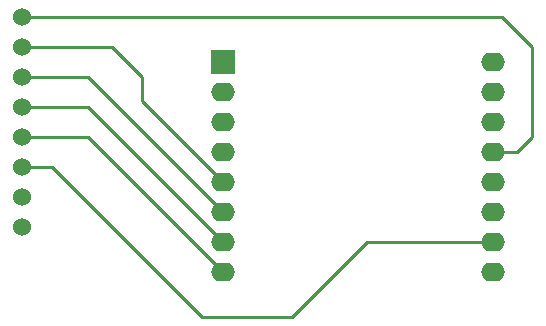
<source format=gbr>
%TF.GenerationSoftware,KiCad,Pcbnew,6.0.2+dfsg-1*%
%TF.CreationDate,2024-08-29T16:54:10+09:00*%
%TF.ProjectId,first,66697273-742e-46b6-9963-61645f706362,rev?*%
%TF.SameCoordinates,Original*%
%TF.FileFunction,Copper,L1,Top*%
%TF.FilePolarity,Positive*%
%FSLAX46Y46*%
G04 Gerber Fmt 4.6, Leading zero omitted, Abs format (unit mm)*
G04 Created by KiCad (PCBNEW 6.0.2+dfsg-1) date 2024-08-29 16:54:10*
%MOMM*%
%LPD*%
G01*
G04 APERTURE LIST*
%TA.AperFunction,ComponentPad*%
%ADD10R,2.000000X2.000000*%
%TD*%
%TA.AperFunction,ComponentPad*%
%ADD11O,2.000000X1.600000*%
%TD*%
%TA.AperFunction,ComponentPad*%
%ADD12C,1.524000*%
%TD*%
%TA.AperFunction,Conductor*%
%ADD13C,0.250000*%
%TD*%
G04 APERTURE END LIST*
D10*
%TO.P,U2,1,~{RST}*%
%TO.N,unconnected-(U2-Pad1)*%
X149075000Y-46990000D03*
D11*
%TO.P,U2,2,A0*%
%TO.N,unconnected-(U2-Pad2)*%
X149075000Y-49530000D03*
%TO.P,U2,3,D0*%
%TO.N,unconnected-(U2-Pad3)*%
X149075000Y-52070000D03*
%TO.P,U2,4,SCK/D5*%
%TO.N,unconnected-(U2-Pad4)*%
X149075000Y-54610000D03*
%TO.P,U2,5,MISO/D6*%
%TO.N,Net-(U1-PadMISO)*%
X149075000Y-57150000D03*
%TO.P,U2,6,MOSI/D7*%
%TO.N,Net-(U1-PadMOSI)*%
X149075000Y-59690000D03*
%TO.P,U2,7,CS/D8*%
%TO.N,Net-(U1-PadSS)*%
X149075000Y-62230000D03*
%TO.P,U2,8,3V3*%
%TO.N,+3V3*%
X149075000Y-64770000D03*
%TO.P,U2,9,5V*%
%TO.N,+5V*%
X171935000Y-64770000D03*
%TO.P,U2,10,GND*%
%TO.N,GND*%
X171935000Y-62230000D03*
%TO.P,U2,11,D4*%
%TO.N,unconnected-(U2-Pad11)*%
X171935000Y-59690000D03*
%TO.P,U2,12,D3*%
%TO.N,unconnected-(U2-Pad12)*%
X171935000Y-57150000D03*
%TO.P,U2,13,SDA/D2*%
%TO.N,Net-(U1-PadSCK)*%
X171935000Y-54610000D03*
%TO.P,U2,14,SCL/D1*%
%TO.N,unconnected-(U2-Pad14)*%
X171935000Y-52070000D03*
%TO.P,U2,15,RX*%
%TO.N,unconnected-(U2-Pad15)*%
X171935000Y-49530000D03*
%TO.P,U2,16,TX*%
%TO.N,unconnected-(U2-Pad16)*%
X171935000Y-46990000D03*
%TD*%
D12*
%TO.P,U1,GND,GND*%
%TO.N,GND*%
X132080000Y-55880000D03*
%TO.P,U1,IRQ,IRQ*%
%TO.N,unconnected-(U1-PadIRQ)*%
X132080000Y-58420000D03*
%TO.P,U1,MISO,MISO*%
%TO.N,Net-(U1-PadMISO)*%
X132080000Y-45720000D03*
%TO.P,U1,MOSI,MOSI*%
%TO.N,Net-(U1-PadMOSI)*%
X132080000Y-48260000D03*
%TO.P,U1,RSTO,RSTO*%
%TO.N,unconnected-(U1-PadRSTO)*%
X132080000Y-60960000D03*
%TO.P,U1,SCK,SCK*%
%TO.N,Net-(U1-PadSCK)*%
X132080000Y-43180000D03*
%TO.P,U1,SS,SS*%
%TO.N,Net-(U1-PadSS)*%
X132080000Y-50800000D03*
%TO.P,U1,VCC,VCC*%
%TO.N,+3V3*%
X132080000Y-53340000D03*
%TD*%
D13*
%TO.N,GND*%
X132080000Y-55880000D02*
X134620000Y-55880000D01*
X134620000Y-55880000D02*
X147320000Y-68580000D01*
X147320000Y-68580000D02*
X154940000Y-68580000D01*
X154940000Y-68580000D02*
X161290000Y-62230000D01*
X161290000Y-62230000D02*
X171935000Y-62230000D01*
%TO.N,+3V3*%
X132080000Y-53340000D02*
X137645000Y-53340000D01*
X137645000Y-53340000D02*
X149075000Y-64770000D01*
%TO.N,Net-(U1-PadSS)*%
X132080000Y-50800000D02*
X137645000Y-50800000D01*
X137645000Y-50800000D02*
X149075000Y-62230000D01*
%TO.N,Net-(U1-PadMOSI)*%
X132080000Y-48260000D02*
X137645000Y-48260000D01*
X137645000Y-48260000D02*
X149075000Y-59690000D01*
%TO.N,Net-(U1-PadMISO)*%
X139700000Y-45720000D02*
X142240000Y-48260000D01*
X132080000Y-45720000D02*
X139700000Y-45720000D01*
X142240000Y-48260000D02*
X142240000Y-50315000D01*
X142240000Y-50315000D02*
X149075000Y-57150000D01*
%TO.N,Net-(U1-PadSCK)*%
X175260000Y-45720000D02*
X175260000Y-53340000D01*
X132080000Y-43180000D02*
X172720000Y-43180000D01*
X172720000Y-43180000D02*
X175260000Y-45720000D01*
X175260000Y-53340000D02*
X173990000Y-54610000D01*
X173990000Y-54610000D02*
X171935000Y-54610000D01*
%TD*%
M02*

</source>
